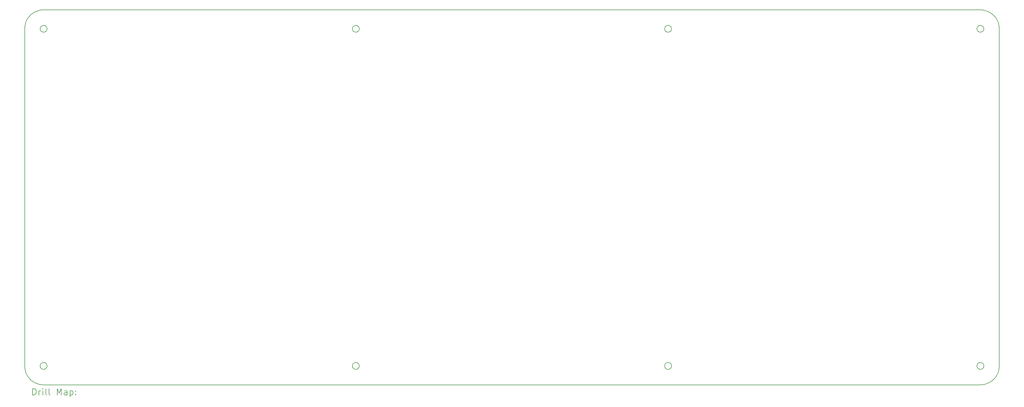
<source format=gbr>
%TF.GenerationSoftware,KiCad,Pcbnew,8.0.7*%
%TF.CreationDate,2025-01-18T15:19:10-06:00*%
%TF.ProjectId,bottom-plate,626f7474-6f6d-42d7-906c-6174652e6b69,rev?*%
%TF.SameCoordinates,Original*%
%TF.FileFunction,Drillmap*%
%TF.FilePolarity,Positive*%
%FSLAX45Y45*%
G04 Gerber Fmt 4.5, Leading zero omitted, Abs format (unit mm)*
G04 Created by KiCad (PCBNEW 8.0.7) date 2025-01-18 15:19:10*
%MOMM*%
%LPD*%
G01*
G04 APERTURE LIST*
%ADD10C,0.188976*%
%ADD11C,0.200000*%
G04 APERTURE END LIST*
D10*
X22110700Y-12960300D02*
X22141400Y-12976000D01*
X22165701Y-13000300D01*
X22181300Y-13031000D01*
X22186700Y-13065000D01*
X22181300Y-13098900D01*
X22165701Y-13129600D01*
X22141400Y-13153900D01*
X22110700Y-13169600D01*
X22076701Y-13175000D01*
X22042700Y-13169600D01*
X22012100Y-13153900D01*
X21987699Y-13129600D01*
X21972100Y-13098900D01*
X21966700Y-13065000D01*
X21972100Y-13031000D01*
X21987699Y-13000300D01*
X22012100Y-12976000D01*
X22042700Y-12960300D01*
X22076701Y-12955000D01*
X22110700Y-12960300D01*
X2260600Y-12960300D02*
X2291300Y-12976000D01*
X2315600Y-13000300D01*
X2331300Y-13031000D01*
X2336700Y-13065000D01*
X2331300Y-13098900D01*
X2315600Y-13129600D01*
X2291300Y-13153900D01*
X2260600Y-13169600D01*
X2226700Y-13175000D01*
X2192700Y-13169600D01*
X2162000Y-13153900D01*
X2137700Y-13129600D01*
X2122000Y-13098900D01*
X2116700Y-13065000D01*
X2122000Y-13031000D01*
X2137700Y-13000300D01*
X2162000Y-12976000D01*
X2192700Y-12960300D01*
X2226700Y-12955000D01*
X2260600Y-12960300D01*
X12185700Y-12960300D02*
X12216300Y-12976000D01*
X12240700Y-13000300D01*
X12256300Y-13031000D01*
X12261700Y-13065000D01*
X12256300Y-13098900D01*
X12240700Y-13129600D01*
X12216300Y-13153900D01*
X12185700Y-13169600D01*
X12151700Y-13175000D01*
X12117700Y-13169600D01*
X12087000Y-13153900D01*
X12062700Y-13129600D01*
X12047100Y-13098900D01*
X12041700Y-13065000D01*
X12047100Y-13031000D01*
X12062700Y-13000300D01*
X12087000Y-12976000D01*
X12117700Y-12960300D01*
X12151700Y-12955000D01*
X12185700Y-12960300D01*
X12185700Y-2235200D02*
X12216300Y-2250900D01*
X12240700Y-2275200D01*
X12256300Y-2305900D01*
X12261700Y-2339900D01*
X12256300Y-2373800D01*
X12240700Y-2404500D01*
X12216300Y-2428800D01*
X12185700Y-2444500D01*
X12151700Y-2449900D01*
X12117700Y-2444500D01*
X12087000Y-2428800D01*
X12062700Y-2404500D01*
X12047100Y-2373800D01*
X12041700Y-2339900D01*
X12047100Y-2305900D01*
X12062700Y-2275200D01*
X12087000Y-2250900D01*
X12117700Y-2235200D01*
X12151700Y-2229900D01*
X12185700Y-2235200D01*
X32035700Y-12960300D02*
X32066401Y-12976000D01*
X32090699Y-13000300D01*
X32106400Y-13031000D01*
X32111799Y-13065000D01*
X32106400Y-13098900D01*
X32090699Y-13129600D01*
X32066401Y-13153900D01*
X32035700Y-13169600D01*
X32001801Y-13175000D01*
X31967799Y-13169600D01*
X31937101Y-13153900D01*
X31912800Y-13129600D01*
X31897099Y-13098900D01*
X31891801Y-13065000D01*
X31897099Y-13031000D01*
X31912800Y-13000300D01*
X31937101Y-12976000D01*
X31967799Y-12960300D01*
X32001801Y-12955000D01*
X32035700Y-12960300D01*
X2260600Y-2235200D02*
X2291300Y-2250900D01*
X2315600Y-2275200D01*
X2331300Y-2305900D01*
X2336700Y-2339900D01*
X2331300Y-2373800D01*
X2315600Y-2404500D01*
X2291300Y-2428800D01*
X2260600Y-2444500D01*
X2226700Y-2449900D01*
X2192700Y-2444500D01*
X2162000Y-2428800D01*
X2137700Y-2404500D01*
X2122000Y-2373800D01*
X2116700Y-2339900D01*
X2122000Y-2305900D01*
X2137700Y-2275200D01*
X2162000Y-2250900D01*
X2192700Y-2235200D01*
X2226700Y-2229900D01*
X2260600Y-2235200D01*
X32035700Y-2235200D02*
X32066401Y-2250900D01*
X32090699Y-2275200D01*
X32106400Y-2305900D01*
X32111799Y-2339900D01*
X32106400Y-2373800D01*
X32090699Y-2404500D01*
X32066401Y-2428800D01*
X32035700Y-2444500D01*
X32001801Y-2449900D01*
X31967799Y-2444500D01*
X31937101Y-2428800D01*
X31912800Y-2404500D01*
X31897099Y-2373800D01*
X31891801Y-2339900D01*
X31897099Y-2305900D01*
X31912800Y-2275200D01*
X31937101Y-2250900D01*
X31967799Y-2235200D01*
X32001801Y-2229900D01*
X32035700Y-2235200D01*
X22110700Y-2235200D02*
X22141400Y-2250900D01*
X22165701Y-2275200D01*
X22181300Y-2305900D01*
X22186700Y-2339900D01*
X22181300Y-2373800D01*
X22165701Y-2404500D01*
X22141400Y-2428800D01*
X22110700Y-2444500D01*
X22076701Y-2449900D01*
X22042700Y-2444500D01*
X22012100Y-2428800D01*
X21987699Y-2404500D01*
X21972100Y-2373800D01*
X21966700Y-2339900D01*
X21972100Y-2305900D01*
X21987699Y-2275200D01*
X22012100Y-2250900D01*
X22042700Y-2235200D01*
X22076701Y-2229900D01*
X22110700Y-2235200D01*
X32048798Y-1741700D02*
X32095600Y-1747200D01*
X32141801Y-1756400D01*
X32187199Y-1769200D01*
X32231400Y-1785500D01*
X32274101Y-1805200D01*
X32315199Y-1828300D01*
X32354401Y-1854400D01*
X32391401Y-1883600D01*
X32425999Y-1915600D01*
X32457999Y-1950200D01*
X32487199Y-1987200D01*
X32513300Y-2026400D01*
X32536399Y-2067500D01*
X32556101Y-2110200D01*
X32572401Y-2154400D01*
X32585200Y-2199800D01*
X32594401Y-2246000D01*
X32599900Y-2292800D01*
X32601801Y-2339900D01*
X32601801Y-13064900D01*
X32599900Y-13112000D01*
X32594401Y-13158800D01*
X32585200Y-13205000D01*
X32572401Y-13250400D01*
X32556101Y-13294600D01*
X32536399Y-13337300D01*
X32513300Y-13378400D01*
X32487199Y-13417600D01*
X32457999Y-13454600D01*
X32425999Y-13489200D01*
X32391401Y-13521200D01*
X32354401Y-13550400D01*
X32315199Y-13576500D01*
X32274101Y-13599600D01*
X32231400Y-13619300D01*
X32187199Y-13635600D01*
X32141801Y-13648400D01*
X32095600Y-13657600D01*
X32048798Y-13663100D01*
X32001801Y-13664900D01*
X2226700Y-13664900D01*
X2179600Y-13663100D01*
X2132800Y-13657600D01*
X2086600Y-13648400D01*
X2041200Y-13635600D01*
X1997000Y-13619300D01*
X1954300Y-13599600D01*
X1913200Y-13576500D01*
X1874000Y-13550400D01*
X1837000Y-13521200D01*
X1802400Y-13489200D01*
X1770400Y-13454600D01*
X1741200Y-13417600D01*
X1715100Y-13378400D01*
X1692000Y-13337300D01*
X1672300Y-13294600D01*
X1656000Y-13250400D01*
X1643200Y-13205000D01*
X1634000Y-13158800D01*
X1628500Y-13112000D01*
X1626600Y-13064900D01*
X1626700Y-2339800D01*
X1628500Y-2292800D01*
X1634000Y-2246000D01*
X1643200Y-2199800D01*
X1656000Y-2154400D01*
X1672300Y-2110200D01*
X1692000Y-2067500D01*
X1715100Y-2026400D01*
X1741200Y-1987200D01*
X1770400Y-1950200D01*
X1802400Y-1915600D01*
X1837000Y-1883600D01*
X1874000Y-1854400D01*
X1913200Y-1828300D01*
X1954300Y-1805200D01*
X1997000Y-1785500D01*
X2041200Y-1769200D01*
X2086600Y-1756400D01*
X2132800Y-1747200D01*
X2179600Y-1741700D01*
X2226700Y-1739800D01*
X32001801Y-1739800D01*
X32048798Y-1741700D01*
D11*
X1877928Y-13985833D02*
X1877928Y-13785833D01*
X1877928Y-13785833D02*
X1925547Y-13785833D01*
X1925547Y-13785833D02*
X1954118Y-13795356D01*
X1954118Y-13795356D02*
X1973166Y-13814404D01*
X1973166Y-13814404D02*
X1982690Y-13833452D01*
X1982690Y-13833452D02*
X1992214Y-13871547D01*
X1992214Y-13871547D02*
X1992214Y-13900118D01*
X1992214Y-13900118D02*
X1982690Y-13938213D01*
X1982690Y-13938213D02*
X1973166Y-13957261D01*
X1973166Y-13957261D02*
X1954118Y-13976309D01*
X1954118Y-13976309D02*
X1925547Y-13985833D01*
X1925547Y-13985833D02*
X1877928Y-13985833D01*
X2077928Y-13985833D02*
X2077928Y-13852499D01*
X2077928Y-13890594D02*
X2087452Y-13871547D01*
X2087452Y-13871547D02*
X2096976Y-13862023D01*
X2096976Y-13862023D02*
X2116023Y-13852499D01*
X2116023Y-13852499D02*
X2135071Y-13852499D01*
X2201738Y-13985833D02*
X2201738Y-13852499D01*
X2201738Y-13785833D02*
X2192214Y-13795356D01*
X2192214Y-13795356D02*
X2201738Y-13804880D01*
X2201738Y-13804880D02*
X2211261Y-13795356D01*
X2211261Y-13795356D02*
X2201738Y-13785833D01*
X2201738Y-13785833D02*
X2201738Y-13804880D01*
X2325547Y-13985833D02*
X2306499Y-13976309D01*
X2306499Y-13976309D02*
X2296976Y-13957261D01*
X2296976Y-13957261D02*
X2296976Y-13785833D01*
X2430309Y-13985833D02*
X2411261Y-13976309D01*
X2411261Y-13976309D02*
X2401738Y-13957261D01*
X2401738Y-13957261D02*
X2401738Y-13785833D01*
X2658880Y-13985833D02*
X2658880Y-13785833D01*
X2658880Y-13785833D02*
X2725547Y-13928690D01*
X2725547Y-13928690D02*
X2792214Y-13785833D01*
X2792214Y-13785833D02*
X2792214Y-13985833D01*
X2973166Y-13985833D02*
X2973166Y-13881071D01*
X2973166Y-13881071D02*
X2963642Y-13862023D01*
X2963642Y-13862023D02*
X2944595Y-13852499D01*
X2944595Y-13852499D02*
X2906499Y-13852499D01*
X2906499Y-13852499D02*
X2887452Y-13862023D01*
X2973166Y-13976309D02*
X2954118Y-13985833D01*
X2954118Y-13985833D02*
X2906499Y-13985833D01*
X2906499Y-13985833D02*
X2887452Y-13976309D01*
X2887452Y-13976309D02*
X2877928Y-13957261D01*
X2877928Y-13957261D02*
X2877928Y-13938213D01*
X2877928Y-13938213D02*
X2887452Y-13919166D01*
X2887452Y-13919166D02*
X2906499Y-13909642D01*
X2906499Y-13909642D02*
X2954118Y-13909642D01*
X2954118Y-13909642D02*
X2973166Y-13900118D01*
X3068404Y-13852499D02*
X3068404Y-14052499D01*
X3068404Y-13862023D02*
X3087452Y-13852499D01*
X3087452Y-13852499D02*
X3125547Y-13852499D01*
X3125547Y-13852499D02*
X3144595Y-13862023D01*
X3144595Y-13862023D02*
X3154118Y-13871547D01*
X3154118Y-13871547D02*
X3163642Y-13890594D01*
X3163642Y-13890594D02*
X3163642Y-13947737D01*
X3163642Y-13947737D02*
X3154118Y-13966785D01*
X3154118Y-13966785D02*
X3144595Y-13976309D01*
X3144595Y-13976309D02*
X3125547Y-13985833D01*
X3125547Y-13985833D02*
X3087452Y-13985833D01*
X3087452Y-13985833D02*
X3068404Y-13976309D01*
X3249357Y-13966785D02*
X3258880Y-13976309D01*
X3258880Y-13976309D02*
X3249357Y-13985833D01*
X3249357Y-13985833D02*
X3239833Y-13976309D01*
X3239833Y-13976309D02*
X3249357Y-13966785D01*
X3249357Y-13966785D02*
X3249357Y-13985833D01*
X3249357Y-13862023D02*
X3258880Y-13871547D01*
X3258880Y-13871547D02*
X3249357Y-13881071D01*
X3249357Y-13881071D02*
X3239833Y-13871547D01*
X3239833Y-13871547D02*
X3249357Y-13862023D01*
X3249357Y-13862023D02*
X3249357Y-13881071D01*
M02*

</source>
